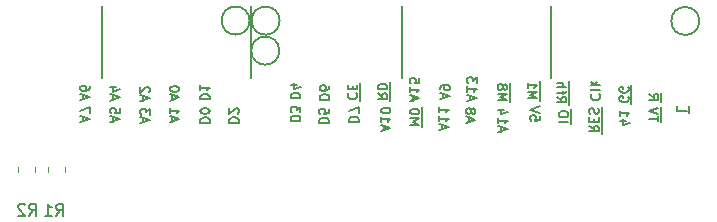
<source format=gbr>
%TF.GenerationSoftware,KiCad,Pcbnew,(6.0.9)*%
%TF.CreationDate,2022-12-02T14:08:30-06:00*%
%TF.ProjectId,Game Gear Breakout,47616d65-2047-4656-9172-20427265616b,rev?*%
%TF.SameCoordinates,Original*%
%TF.FileFunction,Legend,Bot*%
%TF.FilePolarity,Positive*%
%FSLAX46Y46*%
G04 Gerber Fmt 4.6, Leading zero omitted, Abs format (unit mm)*
G04 Created by KiCad (PCBNEW (6.0.9)) date 2022-12-02 14:08:30*
%MOMM*%
%LPD*%
G01*
G04 APERTURE LIST*
%ADD10C,0.150000*%
%ADD11C,0.120000*%
G04 APERTURE END LIST*
D10*
X153797499Y-61747899D02*
X153797499Y-55626499D01*
X166624499Y-61747899D02*
X166624499Y-55626499D01*
X179197499Y-61747899D02*
X179197499Y-55626499D01*
X191787493Y-56930306D02*
G75*
G03*
X191787493Y-56930306I-1185394J0D01*
G01*
X156227493Y-59444906D02*
G75*
G03*
X156227493Y-59444906I-1185394J0D01*
G01*
X156252893Y-56904906D02*
G75*
G03*
X156252893Y-56904906I-1185394J0D01*
G01*
X153712893Y-56896499D02*
G75*
G03*
X153712893Y-56896499I-1185394J0D01*
G01*
X141199099Y-61747899D02*
X141199099Y-55626499D01*
X163056299Y-63703603D02*
X163056299Y-62903603D01*
X162106584Y-63055984D02*
X162068489Y-63094079D01*
X162030394Y-63208365D01*
X162030394Y-63284556D01*
X162068489Y-63398841D01*
X162144679Y-63475032D01*
X162220870Y-63513127D01*
X162373251Y-63551222D01*
X162487537Y-63551222D01*
X162639918Y-63513127D01*
X162716108Y-63475032D01*
X162792299Y-63398841D01*
X162830394Y-63284556D01*
X162830394Y-63208365D01*
X162792299Y-63094079D01*
X162754203Y-63055984D01*
X163056299Y-62903603D02*
X163056299Y-62179794D01*
X162449441Y-62713127D02*
X162449441Y-62446460D01*
X162030394Y-62332175D02*
X162030394Y-62713127D01*
X162830394Y-62713127D01*
X162830394Y-62332175D01*
X165592349Y-63716299D02*
X165592349Y-62916299D01*
X164566444Y-63068679D02*
X164947396Y-63335346D01*
X164566444Y-63525822D02*
X165366444Y-63525822D01*
X165366444Y-63221060D01*
X165328349Y-63144870D01*
X165290253Y-63106775D01*
X165214063Y-63068679D01*
X165099777Y-63068679D01*
X165023587Y-63106775D01*
X164985491Y-63144870D01*
X164947396Y-63221060D01*
X164947396Y-63525822D01*
X165592349Y-62916299D02*
X165592349Y-62116299D01*
X164566444Y-62725822D02*
X165366444Y-62725822D01*
X165366444Y-62535346D01*
X165328349Y-62421060D01*
X165252158Y-62344870D01*
X165175968Y-62306775D01*
X165023587Y-62268679D01*
X164909301Y-62268679D01*
X164756920Y-62306775D01*
X164680729Y-62344870D01*
X164604539Y-62421060D01*
X164566444Y-62535346D01*
X164566444Y-62725822D01*
X188557899Y-65500718D02*
X188557899Y-64891194D01*
X188331994Y-65424527D02*
X188331994Y-64967384D01*
X187531994Y-65195956D02*
X188331994Y-65195956D01*
X188557899Y-64891194D02*
X188557899Y-64205479D01*
X188331994Y-64815003D02*
X187531994Y-64548337D01*
X188331994Y-64281670D01*
X167516765Y-63665479D02*
X167516765Y-63284527D01*
X167288194Y-63741670D02*
X168088194Y-63475003D01*
X167288194Y-63208337D01*
X167288194Y-62522622D02*
X167288194Y-62979765D01*
X167288194Y-62751194D02*
X168088194Y-62751194D01*
X167973908Y-62827384D01*
X167897718Y-62903575D01*
X167859622Y-62979765D01*
X168088194Y-61798813D02*
X168088194Y-62179765D01*
X167707241Y-62217860D01*
X167745337Y-62179765D01*
X167783432Y-62103575D01*
X167783432Y-61913099D01*
X167745337Y-61836908D01*
X167707241Y-61798813D01*
X167631051Y-61760718D01*
X167440575Y-61760718D01*
X167364384Y-61798813D01*
X167326289Y-61836908D01*
X167288194Y-61913099D01*
X167288194Y-62103575D01*
X167326289Y-62179765D01*
X167364384Y-62217860D01*
X149549394Y-63570289D02*
X150349394Y-63570289D01*
X150349394Y-63379813D01*
X150311299Y-63265527D01*
X150235108Y-63189336D01*
X150158918Y-63151241D01*
X150006537Y-63113146D01*
X149892251Y-63113146D01*
X149739870Y-63151241D01*
X149663679Y-63189336D01*
X149587489Y-63265527D01*
X149549394Y-63379813D01*
X149549394Y-63570289D01*
X149549394Y-62351241D02*
X149549394Y-62808384D01*
X149549394Y-62579813D02*
X150349394Y-62579813D01*
X150235108Y-62656003D01*
X150158918Y-62732193D01*
X150120822Y-62808384D01*
X147187165Y-65443527D02*
X147187165Y-65062575D01*
X146958594Y-65519718D02*
X147758594Y-65253051D01*
X146958594Y-64986384D01*
X146958594Y-64300670D02*
X146958594Y-64757813D01*
X146958594Y-64529241D02*
X147758594Y-64529241D01*
X147644308Y-64605432D01*
X147568118Y-64681622D01*
X147530022Y-64757813D01*
X142132565Y-65443527D02*
X142132565Y-65062575D01*
X141903994Y-65519718D02*
X142703994Y-65253051D01*
X141903994Y-64986384D01*
X142703994Y-64338765D02*
X142703994Y-64719718D01*
X142323041Y-64757813D01*
X142361137Y-64719718D01*
X142399232Y-64643527D01*
X142399232Y-64453051D01*
X142361137Y-64376860D01*
X142323041Y-64338765D01*
X142246851Y-64300670D01*
X142056375Y-64300670D01*
X141980184Y-64338765D01*
X141942089Y-64376860D01*
X141903994Y-64453051D01*
X141903994Y-64643527D01*
X141942089Y-64719718D01*
X141980184Y-64757813D01*
X170021765Y-66103831D02*
X170021765Y-65722879D01*
X169793194Y-66180022D02*
X170593194Y-65913355D01*
X169793194Y-65646689D01*
X169793194Y-64960974D02*
X169793194Y-65418117D01*
X169793194Y-65189546D02*
X170593194Y-65189546D01*
X170478908Y-65265736D01*
X170402718Y-65341927D01*
X170364622Y-65418117D01*
X169793194Y-64199070D02*
X169793194Y-64656212D01*
X169793194Y-64427641D02*
X170593194Y-64427641D01*
X170478908Y-64503831D01*
X170402718Y-64580022D01*
X170364622Y-64656212D01*
X162139894Y-65481614D02*
X162939894Y-65481614D01*
X162939894Y-65291138D01*
X162901799Y-65176852D01*
X162825608Y-65100661D01*
X162749418Y-65062566D01*
X162597037Y-65024471D01*
X162482751Y-65024471D01*
X162330370Y-65062566D01*
X162254179Y-65100661D01*
X162177989Y-65176852D01*
X162139894Y-65291138D01*
X162139894Y-65481614D01*
X162939894Y-64757804D02*
X162939894Y-64224471D01*
X162139894Y-64567328D01*
X170076515Y-63487727D02*
X170076515Y-63106775D01*
X169847944Y-63563918D02*
X170647944Y-63297251D01*
X169847944Y-63030584D01*
X169847944Y-62725822D02*
X169847944Y-62573441D01*
X169886039Y-62497251D01*
X169924134Y-62459156D01*
X170038420Y-62382965D01*
X170190801Y-62344870D01*
X170495563Y-62344870D01*
X170571753Y-62382965D01*
X170609849Y-62421060D01*
X170647944Y-62497251D01*
X170647944Y-62649632D01*
X170609849Y-62725822D01*
X170571753Y-62763918D01*
X170495563Y-62802013D01*
X170305087Y-62802013D01*
X170228896Y-62763918D01*
X170190801Y-62725822D01*
X170152706Y-62649632D01*
X170152706Y-62497251D01*
X170190801Y-62421060D01*
X170228896Y-62382965D01*
X170305087Y-62344870D01*
X175730899Y-63830594D02*
X175730899Y-62916308D01*
X174704994Y-63640118D02*
X175504994Y-63640118D01*
X174933565Y-63373451D01*
X175504994Y-63106784D01*
X174704994Y-63106784D01*
X175730899Y-62916308D02*
X175730899Y-62154403D01*
X175162137Y-62611546D02*
X175200232Y-62687737D01*
X175238327Y-62725832D01*
X175314518Y-62763927D01*
X175352613Y-62763927D01*
X175428803Y-62725832D01*
X175466899Y-62687737D01*
X175504994Y-62611546D01*
X175504994Y-62459165D01*
X175466899Y-62382975D01*
X175428803Y-62344879D01*
X175352613Y-62306784D01*
X175314518Y-62306784D01*
X175238327Y-62344879D01*
X175200232Y-62382975D01*
X175162137Y-62459165D01*
X175162137Y-62611546D01*
X175124041Y-62687737D01*
X175085946Y-62725832D01*
X175009756Y-62763927D01*
X174857375Y-62763927D01*
X174781184Y-62725832D01*
X174743089Y-62687737D01*
X174704994Y-62611546D01*
X174704994Y-62459165D01*
X174743089Y-62382975D01*
X174781184Y-62344879D01*
X174857375Y-62306784D01*
X175009756Y-62306784D01*
X175085946Y-62344879D01*
X175124041Y-62382975D01*
X175162137Y-62459165D01*
X185605477Y-65367356D02*
X185072144Y-65367356D01*
X185910239Y-65557832D02*
X185338810Y-65748308D01*
X185338810Y-65253070D01*
X185072144Y-64529261D02*
X185072144Y-64986404D01*
X185072144Y-64757832D02*
X185872144Y-64757832D01*
X185757858Y-64834023D01*
X185681668Y-64910213D01*
X185643572Y-64986404D01*
X178263994Y-64960965D02*
X178263994Y-65341918D01*
X177883041Y-65380013D01*
X177921137Y-65341918D01*
X177959232Y-65265727D01*
X177959232Y-65075251D01*
X177921137Y-64999061D01*
X177883041Y-64960965D01*
X177806851Y-64922870D01*
X177616375Y-64922870D01*
X177540184Y-64960965D01*
X177502089Y-64999061D01*
X177463994Y-65075251D01*
X177463994Y-65265727D01*
X177502089Y-65341918D01*
X177540184Y-65380013D01*
X178263994Y-64694299D02*
X177463994Y-64427632D01*
X178263994Y-64160965D01*
X144697965Y-63665527D02*
X144697965Y-63284575D01*
X144469394Y-63741718D02*
X145269394Y-63475051D01*
X144469394Y-63208384D01*
X145193203Y-62979813D02*
X145231299Y-62941718D01*
X145269394Y-62865527D01*
X145269394Y-62675051D01*
X145231299Y-62598860D01*
X145193203Y-62560765D01*
X145117013Y-62522670D01*
X145040822Y-62522670D01*
X144926537Y-62560765D01*
X144469394Y-63017908D01*
X144469394Y-62522670D01*
X172366465Y-63614679D02*
X172366465Y-63233727D01*
X172137894Y-63690870D02*
X172937894Y-63424203D01*
X172137894Y-63157537D01*
X172137894Y-62471822D02*
X172137894Y-62928965D01*
X172137894Y-62700394D02*
X172937894Y-62700394D01*
X172823608Y-62776584D01*
X172747418Y-62852775D01*
X172709322Y-62928965D01*
X172937894Y-62205156D02*
X172937894Y-61709918D01*
X172633132Y-61976584D01*
X172633132Y-61862299D01*
X172595037Y-61786108D01*
X172556941Y-61748013D01*
X172480751Y-61709918D01*
X172290275Y-61709918D01*
X172214084Y-61748013D01*
X172175989Y-61786108D01*
X172137894Y-61862299D01*
X172137894Y-62090870D01*
X172175989Y-62167060D01*
X172214084Y-62205156D01*
X149549394Y-65538775D02*
X150349394Y-65538775D01*
X150349394Y-65348299D01*
X150311299Y-65234013D01*
X150235108Y-65157822D01*
X150158918Y-65119727D01*
X150006537Y-65081632D01*
X149892251Y-65081632D01*
X149739870Y-65119727D01*
X149663679Y-65157822D01*
X149587489Y-65234013D01*
X149549394Y-65348299D01*
X149549394Y-65538775D01*
X150349394Y-64586394D02*
X150349394Y-64510203D01*
X150311299Y-64434013D01*
X150273203Y-64395918D01*
X150197013Y-64357822D01*
X150044632Y-64319727D01*
X149854156Y-64319727D01*
X149701775Y-64357822D01*
X149625584Y-64395918D01*
X149587489Y-64434013D01*
X149549394Y-64510203D01*
X149549394Y-64586394D01*
X149587489Y-64662584D01*
X149625584Y-64700679D01*
X149701775Y-64738775D01*
X149854156Y-64776870D01*
X150044632Y-64776870D01*
X150197013Y-64738775D01*
X150273203Y-64700679D01*
X150311299Y-64662584D01*
X150349394Y-64586394D01*
X174988315Y-66294317D02*
X174988315Y-65913365D01*
X174759744Y-66370508D02*
X175559744Y-66103841D01*
X174759744Y-65837175D01*
X174759744Y-65151460D02*
X174759744Y-65608603D01*
X174759744Y-65380032D02*
X175559744Y-65380032D01*
X175445458Y-65456222D01*
X175369268Y-65532413D01*
X175331172Y-65608603D01*
X175293077Y-64465746D02*
X174759744Y-64465746D01*
X175597839Y-64656222D02*
X175026410Y-64846698D01*
X175026410Y-64351460D01*
X188557899Y-63798899D02*
X188557899Y-62998899D01*
X187531994Y-63151279D02*
X187912946Y-63417946D01*
X187531994Y-63608422D02*
X188331994Y-63608422D01*
X188331994Y-63303660D01*
X188293899Y-63227470D01*
X188255803Y-63189375D01*
X188179613Y-63151279D01*
X188065327Y-63151279D01*
X187989137Y-63189375D01*
X187951041Y-63227470D01*
X187912946Y-63303660D01*
X187912946Y-63608422D01*
X147187165Y-63589327D02*
X147187165Y-63208375D01*
X146958594Y-63665518D02*
X147758594Y-63398851D01*
X146958594Y-63132184D01*
X147758594Y-62713137D02*
X147758594Y-62636946D01*
X147720499Y-62560756D01*
X147682403Y-62522660D01*
X147606213Y-62484565D01*
X147453832Y-62446470D01*
X147263356Y-62446470D01*
X147110975Y-62484565D01*
X147034784Y-62522660D01*
X146996689Y-62560756D01*
X146958594Y-62636946D01*
X146958594Y-62713137D01*
X146996689Y-62789327D01*
X147034784Y-62827422D01*
X147110975Y-62865518D01*
X147263356Y-62903613D01*
X147453832Y-62903613D01*
X147606213Y-62865518D01*
X147682403Y-62827422D01*
X147720499Y-62789327D01*
X147758594Y-62713137D01*
X139617965Y-63538527D02*
X139617965Y-63157575D01*
X139389394Y-63614718D02*
X140189394Y-63348051D01*
X139389394Y-63081384D01*
X140189394Y-62471860D02*
X140189394Y-62624241D01*
X140151299Y-62700432D01*
X140113203Y-62738527D01*
X139998918Y-62814718D01*
X139846537Y-62852813D01*
X139541775Y-62852813D01*
X139465584Y-62814718D01*
X139427489Y-62776622D01*
X139389394Y-62700432D01*
X139389394Y-62548051D01*
X139427489Y-62471860D01*
X139465584Y-62433765D01*
X139541775Y-62395670D01*
X139732251Y-62395670D01*
X139808441Y-62433765D01*
X139846537Y-62471860D01*
X139884632Y-62548051D01*
X139884632Y-62700432D01*
X139846537Y-62776622D01*
X139808441Y-62814718D01*
X139732251Y-62852813D01*
X139617965Y-65392727D02*
X139617965Y-65011775D01*
X139389394Y-65468918D02*
X140189394Y-65202251D01*
X139389394Y-64935584D01*
X140189394Y-64745108D02*
X140189394Y-64211775D01*
X139389394Y-64554632D01*
X159603844Y-65564175D02*
X160403844Y-65564175D01*
X160403844Y-65373699D01*
X160365749Y-65259413D01*
X160289558Y-65183222D01*
X160213368Y-65145127D01*
X160060987Y-65107032D01*
X159946701Y-65107032D01*
X159794320Y-65145127D01*
X159718129Y-65183222D01*
X159641939Y-65259413D01*
X159603844Y-65373699D01*
X159603844Y-65564175D01*
X160403844Y-64383222D02*
X160403844Y-64764175D01*
X160022891Y-64802270D01*
X160060987Y-64764175D01*
X160099082Y-64687984D01*
X160099082Y-64497508D01*
X160060987Y-64421318D01*
X160022891Y-64383222D01*
X159946701Y-64345127D01*
X159756225Y-64345127D01*
X159680034Y-64383222D01*
X159641939Y-64421318D01*
X159603844Y-64497508D01*
X159603844Y-64687984D01*
X159641939Y-64764175D01*
X159680034Y-64802270D01*
X180912499Y-65634003D02*
X180912499Y-65253051D01*
X179886594Y-65443527D02*
X180686594Y-65443527D01*
X180912499Y-65253051D02*
X180912499Y-64414956D01*
X180686594Y-64910194D02*
X180686594Y-64757813D01*
X180648499Y-64681622D01*
X180572308Y-64605432D01*
X180419927Y-64567337D01*
X180153260Y-64567337D01*
X180000879Y-64605432D01*
X179924689Y-64681622D01*
X179886594Y-64757813D01*
X179886594Y-64910194D01*
X179924689Y-64986384D01*
X180000879Y-65062575D01*
X180153260Y-65100670D01*
X180419927Y-65100670D01*
X180572308Y-65062575D01*
X180648499Y-64986384D01*
X180686594Y-64910194D01*
X165068765Y-66180022D02*
X165068765Y-65799070D01*
X164840194Y-66256213D02*
X165640194Y-65989546D01*
X164840194Y-65722880D01*
X164840194Y-65037165D02*
X164840194Y-65494308D01*
X164840194Y-65265737D02*
X165640194Y-65265737D01*
X165525908Y-65341927D01*
X165449718Y-65418118D01*
X165411622Y-65494308D01*
X165640194Y-64541927D02*
X165640194Y-64465737D01*
X165602099Y-64389546D01*
X165564003Y-64351451D01*
X165487813Y-64313356D01*
X165335432Y-64275261D01*
X165144956Y-64275261D01*
X164992575Y-64313356D01*
X164916384Y-64351451D01*
X164878289Y-64389546D01*
X164840194Y-64465737D01*
X164840194Y-64541927D01*
X164878289Y-64618118D01*
X164916384Y-64656213D01*
X164992575Y-64694308D01*
X165144956Y-64732403D01*
X165335432Y-64732403D01*
X165487813Y-64694308D01*
X165564003Y-64656213D01*
X165602099Y-64618118D01*
X165640194Y-64541927D01*
X159658594Y-63595689D02*
X160458594Y-63595689D01*
X160458594Y-63405213D01*
X160420499Y-63290927D01*
X160344308Y-63214736D01*
X160268118Y-63176641D01*
X160115737Y-63138546D01*
X160001451Y-63138546D01*
X159849070Y-63176641D01*
X159772879Y-63214736D01*
X159696689Y-63290927D01*
X159658594Y-63405213D01*
X159658594Y-63595689D01*
X160458594Y-62452832D02*
X160458594Y-62605213D01*
X160420499Y-62681403D01*
X160382403Y-62719498D01*
X160268118Y-62795689D01*
X160115737Y-62833784D01*
X159810975Y-62833784D01*
X159734784Y-62795689D01*
X159696689Y-62757593D01*
X159658594Y-62681403D01*
X159658594Y-62529022D01*
X159696689Y-62452832D01*
X159734784Y-62414736D01*
X159810975Y-62376641D01*
X160001451Y-62376641D01*
X160077641Y-62414736D01*
X160115737Y-62452832D01*
X160153832Y-62529022D01*
X160153832Y-62681403D01*
X160115737Y-62757593D01*
X160077641Y-62795689D01*
X160001451Y-62833784D01*
X186043299Y-63970299D02*
X186043299Y-63170299D01*
X185779299Y-63360775D02*
X185817394Y-63436965D01*
X185817394Y-63551251D01*
X185779299Y-63665537D01*
X185703108Y-63741727D01*
X185626918Y-63779822D01*
X185474537Y-63817918D01*
X185360251Y-63817918D01*
X185207870Y-63779822D01*
X185131679Y-63741727D01*
X185055489Y-63665537D01*
X185017394Y-63551251D01*
X185017394Y-63475060D01*
X185055489Y-63360775D01*
X185093584Y-63322679D01*
X185360251Y-63322679D01*
X185360251Y-63475060D01*
X186043299Y-63170299D02*
X186043299Y-62370299D01*
X185779299Y-62560775D02*
X185817394Y-62636965D01*
X185817394Y-62751251D01*
X185779299Y-62865537D01*
X185703108Y-62941727D01*
X185626918Y-62979822D01*
X185474537Y-63017918D01*
X185360251Y-63017918D01*
X185207870Y-62979822D01*
X185131679Y-62941727D01*
X185055489Y-62865537D01*
X185017394Y-62751251D01*
X185017394Y-62675060D01*
X185055489Y-62560775D01*
X185093584Y-62522679D01*
X185360251Y-62522679D01*
X185360251Y-62675060D01*
X182670984Y-63125813D02*
X182632889Y-63163908D01*
X182594794Y-63278194D01*
X182594794Y-63354384D01*
X182632889Y-63468670D01*
X182709079Y-63544860D01*
X182785270Y-63582956D01*
X182937651Y-63621051D01*
X183051937Y-63621051D01*
X183204318Y-63582956D01*
X183280508Y-63544860D01*
X183356699Y-63468670D01*
X183394794Y-63354384D01*
X183394794Y-63278194D01*
X183356699Y-63163908D01*
X183318603Y-63125813D01*
X182594794Y-62668670D02*
X182632889Y-62744860D01*
X182709079Y-62782956D01*
X183394794Y-62782956D01*
X182594794Y-62363908D02*
X183394794Y-62363908D01*
X182899556Y-62287718D02*
X182594794Y-62059146D01*
X183128127Y-62059146D02*
X182823365Y-62363908D01*
X142132565Y-63589327D02*
X142132565Y-63208375D01*
X141903994Y-63665518D02*
X142703994Y-63398851D01*
X141903994Y-63132184D01*
X142437327Y-62522660D02*
X141903994Y-62522660D01*
X142742089Y-62713137D02*
X142170660Y-62903613D01*
X142170660Y-62408375D01*
X180748249Y-64008375D02*
X180748249Y-63208375D01*
X179722344Y-63360756D02*
X180103296Y-63627422D01*
X179722344Y-63817899D02*
X180522344Y-63817899D01*
X180522344Y-63513137D01*
X180484249Y-63436946D01*
X180446153Y-63398851D01*
X180369963Y-63360756D01*
X180255677Y-63360756D01*
X180179487Y-63398851D01*
X180141391Y-63436946D01*
X180103296Y-63513137D01*
X180103296Y-63817899D01*
X180748249Y-63208375D02*
X180748249Y-62751232D01*
X180255677Y-63132184D02*
X180255677Y-62827422D01*
X179722344Y-63017899D02*
X180408058Y-63017899D01*
X180484249Y-62979803D01*
X180522344Y-62903613D01*
X180522344Y-62827422D01*
X180748249Y-62751232D02*
X180748249Y-62027422D01*
X179722344Y-62560756D02*
X180522344Y-62560756D01*
X179722344Y-62217899D02*
X180141391Y-62217899D01*
X180217582Y-62255994D01*
X180255677Y-62332184D01*
X180255677Y-62446470D01*
X180217582Y-62522660D01*
X180179487Y-62560756D01*
X178270899Y-63678194D02*
X178270899Y-62763908D01*
X177244994Y-63487718D02*
X178044994Y-63487718D01*
X177473565Y-63221051D01*
X178044994Y-62954384D01*
X177244994Y-62954384D01*
X178270899Y-62763908D02*
X178270899Y-62002003D01*
X177244994Y-62154384D02*
X177244994Y-62611527D01*
X177244994Y-62382956D02*
X178044994Y-62382956D01*
X177930708Y-62459146D01*
X177854518Y-62535337D01*
X177816422Y-62611527D01*
X190935899Y-64738708D02*
X190935899Y-64091089D01*
X189909994Y-64167279D02*
X189909994Y-64548232D01*
X190709994Y-64548232D01*
X151987794Y-65538775D02*
X152787794Y-65538775D01*
X152787794Y-65348299D01*
X152749699Y-65234013D01*
X152673508Y-65157822D01*
X152597318Y-65119727D01*
X152444937Y-65081632D01*
X152330651Y-65081632D01*
X152178270Y-65119727D01*
X152102079Y-65157822D01*
X152025889Y-65234013D01*
X151987794Y-65348299D01*
X151987794Y-65538775D01*
X152711603Y-64776870D02*
X152749699Y-64738775D01*
X152787794Y-64662584D01*
X152787794Y-64472108D01*
X152749699Y-64395918D01*
X152711603Y-64357822D01*
X152635413Y-64319727D01*
X152559222Y-64319727D01*
X152444937Y-64357822D01*
X151987794Y-64814965D01*
X151987794Y-64319727D01*
X168314099Y-65900632D02*
X168314099Y-64986346D01*
X167288194Y-65710156D02*
X168088194Y-65710156D01*
X167516765Y-65443489D01*
X168088194Y-65176822D01*
X167288194Y-65176822D01*
X168314099Y-64986346D02*
X168314099Y-64224441D01*
X168088194Y-64643489D02*
X168088194Y-64567298D01*
X168050099Y-64491108D01*
X168012003Y-64453013D01*
X167935813Y-64414917D01*
X167783432Y-64376822D01*
X167592956Y-64376822D01*
X167440575Y-64414917D01*
X167364384Y-64453013D01*
X167326289Y-64491108D01*
X167288194Y-64567298D01*
X167288194Y-64643489D01*
X167326289Y-64719679D01*
X167364384Y-64757775D01*
X167440575Y-64795870D01*
X167592956Y-64833965D01*
X167783432Y-64833965D01*
X167935813Y-64795870D01*
X168012003Y-64757775D01*
X168050099Y-64719679D01*
X168088194Y-64643489D01*
X157220194Y-63455975D02*
X158020194Y-63455975D01*
X158020194Y-63265499D01*
X157982099Y-63151213D01*
X157905908Y-63075022D01*
X157829718Y-63036927D01*
X157677337Y-62998832D01*
X157563051Y-62998832D01*
X157410670Y-63036927D01*
X157334479Y-63075022D01*
X157258289Y-63151213D01*
X157220194Y-63265499D01*
X157220194Y-63455975D01*
X157753527Y-62313118D02*
X157220194Y-62313118D01*
X158058289Y-62503594D02*
X157486860Y-62694070D01*
X157486860Y-62198832D01*
X172256965Y-65468880D02*
X172256965Y-65087928D01*
X172028394Y-65545071D02*
X172828394Y-65278404D01*
X172028394Y-65011737D01*
X172485537Y-64630785D02*
X172523632Y-64706975D01*
X172561727Y-64745071D01*
X172637918Y-64783166D01*
X172676013Y-64783166D01*
X172752203Y-64745071D01*
X172790299Y-64706975D01*
X172828394Y-64630785D01*
X172828394Y-64478404D01*
X172790299Y-64402213D01*
X172752203Y-64364118D01*
X172676013Y-64326023D01*
X172637918Y-64326023D01*
X172561727Y-64364118D01*
X172523632Y-64402213D01*
X172485537Y-64478404D01*
X172485537Y-64630785D01*
X172447441Y-64706975D01*
X172409346Y-64745071D01*
X172333156Y-64783166D01*
X172180775Y-64783166D01*
X172104584Y-64745071D01*
X172066489Y-64706975D01*
X172028394Y-64630785D01*
X172028394Y-64478404D01*
X172066489Y-64402213D01*
X172104584Y-64364118D01*
X172180775Y-64326023D01*
X172333156Y-64326023D01*
X172409346Y-64364118D01*
X172447441Y-64402213D01*
X172485537Y-64478404D01*
X144697965Y-65519727D02*
X144697965Y-65138775D01*
X144469394Y-65595918D02*
X145269394Y-65329251D01*
X144469394Y-65062584D01*
X145269394Y-64872108D02*
X145269394Y-64376870D01*
X144964632Y-64643537D01*
X144964632Y-64529251D01*
X144926537Y-64453060D01*
X144888441Y-64414965D01*
X144812251Y-64376870D01*
X144621775Y-64376870D01*
X144545584Y-64414965D01*
X144507489Y-64453060D01*
X144469394Y-64529251D01*
X144469394Y-64757822D01*
X144507489Y-64834013D01*
X144545584Y-64872108D01*
X157220194Y-65392718D02*
X158020194Y-65392718D01*
X158020194Y-65202242D01*
X157982099Y-65087956D01*
X157905908Y-65011765D01*
X157829718Y-64973670D01*
X157677337Y-64935575D01*
X157563051Y-64935575D01*
X157410670Y-64973670D01*
X157334479Y-65011765D01*
X157258289Y-65087956D01*
X157220194Y-65202242D01*
X157220194Y-65392718D01*
X158020194Y-64668908D02*
X158020194Y-64173670D01*
X157715432Y-64440337D01*
X157715432Y-64326051D01*
X157677337Y-64249861D01*
X157639241Y-64211765D01*
X157563051Y-64173670D01*
X157372575Y-64173670D01*
X157296384Y-64211765D01*
X157258289Y-64249861D01*
X157220194Y-64326051D01*
X157220194Y-64554622D01*
X157258289Y-64630813D01*
X157296384Y-64668908D01*
X183511199Y-66465727D02*
X183511199Y-65665727D01*
X182485294Y-65818108D02*
X182866246Y-66084774D01*
X182485294Y-66275250D02*
X183285294Y-66275250D01*
X183285294Y-65970489D01*
X183247199Y-65894298D01*
X183209103Y-65856203D01*
X183132913Y-65818108D01*
X183018627Y-65818108D01*
X182942437Y-65856203D01*
X182904341Y-65894298D01*
X182866246Y-65970489D01*
X182866246Y-66275250D01*
X183511199Y-65665727D02*
X183511199Y-64941917D01*
X182904341Y-65475250D02*
X182904341Y-65208584D01*
X182485294Y-65094298D02*
X182485294Y-65475250D01*
X183285294Y-65475250D01*
X183285294Y-65094298D01*
X183511199Y-64941917D02*
X183511199Y-64180012D01*
X182523389Y-64789536D02*
X182485294Y-64675250D01*
X182485294Y-64484774D01*
X182523389Y-64408584D01*
X182561484Y-64370489D01*
X182637675Y-64332393D01*
X182713865Y-64332393D01*
X182790056Y-64370489D01*
X182828151Y-64408584D01*
X182866246Y-64484774D01*
X182904341Y-64637155D01*
X182942437Y-64713346D01*
X182980532Y-64751441D01*
X183056722Y-64789536D01*
X183132913Y-64789536D01*
X183209103Y-64751441D01*
X183247199Y-64713346D01*
X183285294Y-64637155D01*
X183285294Y-64446679D01*
X183247199Y-64332393D01*
%TO.C,R2*%
X135066565Y-73401679D02*
X135399899Y-72925489D01*
X135637994Y-73401679D02*
X135637994Y-72401679D01*
X135257041Y-72401679D01*
X135161803Y-72449299D01*
X135114184Y-72496918D01*
X135066565Y-72592156D01*
X135066565Y-72735013D01*
X135114184Y-72830251D01*
X135161803Y-72877870D01*
X135257041Y-72925489D01*
X135637994Y-72925489D01*
X134685613Y-72496918D02*
X134637994Y-72449299D01*
X134542756Y-72401679D01*
X134304660Y-72401679D01*
X134209422Y-72449299D01*
X134161803Y-72496918D01*
X134114184Y-72592156D01*
X134114184Y-72687394D01*
X134161803Y-72830251D01*
X134733232Y-73401679D01*
X134114184Y-73401679D01*
%TO.C,R1*%
X137327165Y-73427079D02*
X137660499Y-72950889D01*
X137898594Y-73427079D02*
X137898594Y-72427079D01*
X137517641Y-72427079D01*
X137422403Y-72474699D01*
X137374784Y-72522318D01*
X137327165Y-72617556D01*
X137327165Y-72760413D01*
X137374784Y-72855651D01*
X137422403Y-72903270D01*
X137517641Y-72950889D01*
X137898594Y-72950889D01*
X136374784Y-73427079D02*
X136946213Y-73427079D01*
X136660499Y-73427079D02*
X136660499Y-72427079D01*
X136755737Y-72569937D01*
X136850975Y-72665175D01*
X136946213Y-72712794D01*
D11*
%TO.C,R2*%
X134088699Y-69744463D02*
X134088699Y-69290335D01*
X135558699Y-69744463D02*
X135558699Y-69290335D01*
%TO.C,R1*%
X138098699Y-69744463D02*
X138098699Y-69290335D01*
X136628699Y-69744463D02*
X136628699Y-69290335D01*
%TD*%
M02*

</source>
